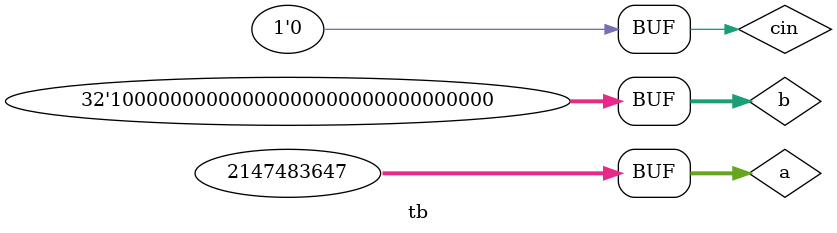
<source format=v>
module tb();
	reg [31:0]a,b;
	reg cin;
	wire [31:0]s;
	wire cout;
	cla32 f(a,b,cin,s,cout);

	initial begin
	#5 a=32'd2147483647;	b=32'd2147483648;	cin=1'b0;
/*	#10 a=31'd10000;	b=31'd45610;	cin=1'b0;
	#15 a=31'd20000;	b=31'd40000;	cin=1'b1;
	#20 a=31'd300000;	b=31'd444444;	cin=1'b1;
*/	end

	initial begin
	$monitor ($time, " %d %d %b %d %b",a,b,cin,s,cout);
	end
endmodule

</source>
